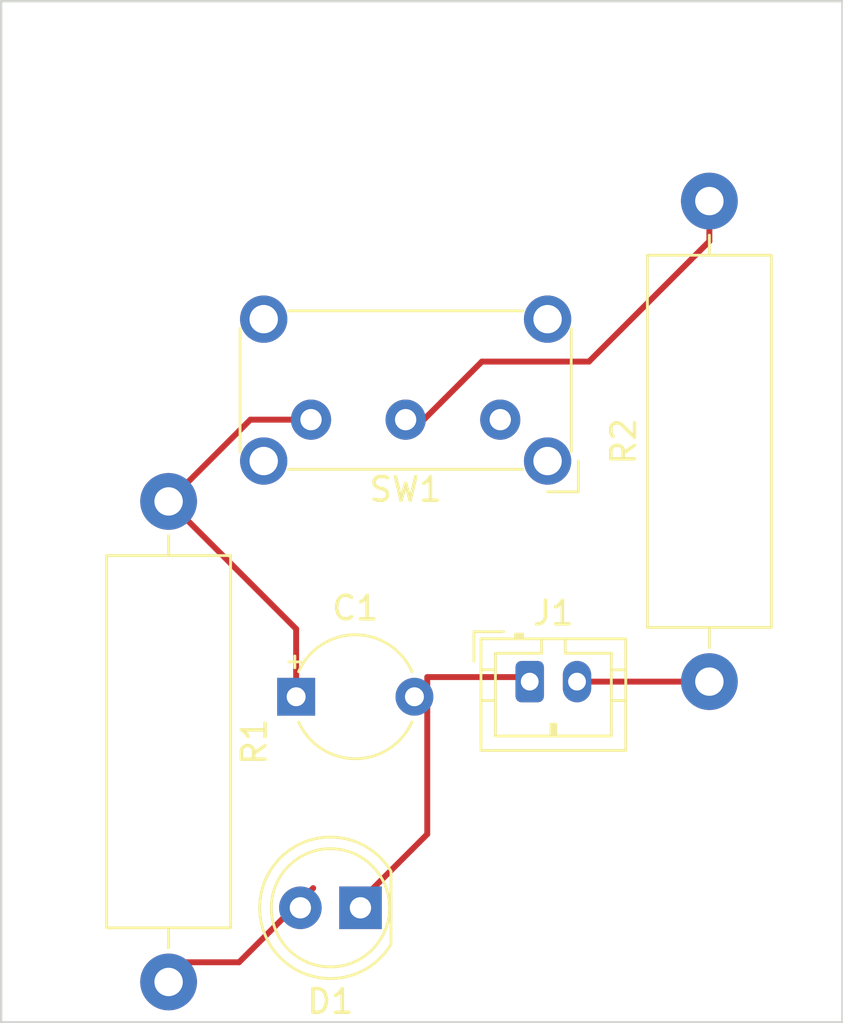
<source format=kicad_pcb>
(kicad_pcb (version 20211014) (generator pcbnew)
  (layers (0 "F.Cu" signal) (31 "B.Cu" signal) (34 "B.Paste" user) (35 "F.Paste" user) (36 "B.SilkS" user "B.Silkscreen") (37 "F.SilkS" user "F.Silkscreen") (38 "B.Mask" user) (39 "F.Mask" user) (44 "Edge.Cuts" user))
  (net 0 "")
  (net 1 "Net-(C1-Pad1)")
  (net 2 "Net-(C1-Pad2)")
  (net 3 "Net-(D1-Pad2)")
  (net 4 "Net-(J1-Pad2)")
  (net 5 "Net-(R2-Pad2)")
  (footprint "Resistor_THT:R_Axial_DIN0516_L15.5mm_D5.0mm_P20.32mm_Horizontal" (layer "F.Cu") (at 111.2175 66.8725 -90)
    (fp_text reference "R1" (at 10.16 -3.62 90) (layer "F.SilkS"))
    (fp_text value "20 kΩ")
    (fp_line (start 18.88 0) (end 18.03 0) (layer "F.SilkS") (width 0.12))
    (fp_line (start 2.29 -2.62) (end 2.29 2.62) (layer "F.SilkS") (width 0.12))
    (fp_line (start 1.44 0) (end 2.29 0) (layer "F.SilkS") (width 0.12))
    (fp_line (start 18.03 2.62) (end 18.03 -2.62) (layer "F.SilkS") (width 0.12))
    (fp_line (start 18.03 -2.62) (end 2.29 -2.62) (layer "F.SilkS") (width 0.12))
    (fp_line (start 2.29 2.62) (end 18.03 2.62) (layer "F.SilkS") (width 0.12))
    (pad "1" thru_hole circle (at 0 0 270) (size 2.4 2.4) (drill 1.2) (layers *.Cu *.Mask) (net 1 "Net-(C1-Pad1)"))
    (pad "2" thru_hole oval (at 20.32 0 270) (size 2.4 2.4) (drill 1.2) (layers *.Cu *.Mask) (net 3 "Net-(D1-Pad2)"))
  )
  (footprint "Resistor_THT:R_Axial_DIN0516_L15.5mm_D5.0mm_P20.32mm_Horizontal" (layer "F.Cu") (at 134.0775 74.4925 90)
    (fp_text reference "R2" (at 10.16 -3.62 90) (layer "F.SilkS"))
    (fp_text value "2.2 kΩ")
    (fp_line (start 2.29 -2.62) (end 2.29 2.62) (layer "F.SilkS") (width 0.12))
    (fp_line (start 1.44 0) (end 2.29 0) (layer "F.SilkS") (width 0.12))
    (fp_line (start 18.03 -2.62) (end 2.29 -2.62) (layer "F.SilkS") (width 0.12))
    (fp_line (start 18.88 0) (end 18.03 0) (layer "F.SilkS") (width 0.12))
    (fp_line (start 2.29 2.62) (end 18.03 2.62) (layer "F.SilkS") (width 0.12))
    (fp_line (start 18.03 2.62) (end 18.03 -2.62) (layer "F.SilkS") (width 0.12))
    (pad "1" thru_hole circle (at 0 0 90) (size 2.4 2.4) (drill 1.2) (layers *.Cu *.Mask) (net 4 "Net-(J1-Pad2)"))
    (pad "2" thru_hole oval (at 20.32 0 90) (size 2.4 2.4) (drill 1.2) (layers *.Cu *.Mask) (net 5 "Net-(R2-Pad2)"))
  )
  (footprint "Connector_JST:JST_PH_B2B-PH-K_1x02_P2.00mm_Vertical" (layer "F.Cu") (at 126.4825 74.4925)
    (fp_text reference "J1" (at 1 -2.9) (layer "F.SilkS"))
    (fp_text value "9V")
    (fp_line (start -0.6 -2.01) (end -0.6 -1.81) (layer "F.SilkS") (width 0.12))
    (fp_line (start -2.06 -0.5) (end -1.45 -0.5) (layer "F.SilkS") (width 0.12))
    (fp_line (start -1.45 2.3) (end 3.45 2.3) (layer "F.SilkS") (width 0.12))
    (fp_line (start 1.5 -1.2) (end 1.5 -1.81) (layer "F.SilkS") (width 0.12))
    (fp_line (start 1 2.3) (end 1 1.8) (layer "F.SilkS") (width 0.12))
    (fp_line (start -2.06 -1.81) (end -2.06 2.91) (layer "F.SilkS") (width 0.12))
    (fp_line (start 1.1 1.8) (end 1.1 2.3) (layer "F.SilkS") (width 0.12))
    (fp_line (start 0.5 -1.2) (end -1.45 -1.2) (layer "F.SilkS") (width 0.12))
    (fp_line (start 4.06 -1.81) (end -2.06 -1.81) (layer "F.SilkS") (width 0.12))
    (fp_line (start 3.45 -1.2) (end 1.5 -1.2) (layer "F.SilkS") (width 0.12))
    (fp_line (start -1.11 -2.11) (end -2.36 -2.11) (layer "F.SilkS") (width 0.12))
    (fp_line (start -1.45 -1.2) (end -1.45 2.3) (layer "F.SilkS") (width 0.12))
    (fp_line (start 4.06 -0.5) (end 3.45 -0.5) (layer "F.SilkS") (width 0.12))
    (fp_line (start -2.36 -2.11) (end -2.36 -0.86) (layer "F.SilkS") (width 0.12))
    (fp_line (start -0.3 -2.01) (end -0.6 -2.01) (layer "F.SilkS") (width 0.12))
    (fp_line (start 4.06 2.91) (end 4.06 -1.81) (layer "F.SilkS") (width 0.12))
    (fp_line (start -2.06 2.91) (end 4.06 2.91) (layer "F.SilkS") (width 0.12))
    (fp_line (start 0.9 2.3) (end 0.9 1.8) (layer "F.SilkS") (width 0.12))
    (fp_line (start 0.9 1.8) (end 1.1 1.8) (layer "F.SilkS") (width 0.12))
    (fp_line (start 3.45 2.3) (end 3.45 -1.2) (layer "F.SilkS") (width 0.12))
    (fp_line (start -0.3 -1.91) (end -0.6 -1.91) (layer "F.SilkS") (width 0.12))
    (fp_line (start 0.5 -1.81) (end 0.5 -1.2) (layer "F.SilkS") (width 0.12))
    (fp_line (start -0.3 -1.81) (end -0.3 -2.01) (layer "F.SilkS") (width 0.12))
    (fp_line (start -2.06 0.8) (end -1.45 0.8) (layer "F.SilkS") (width 0.12))
    (fp_line (start 4.06 0.8) (end 3.45 0.8) (layer "F.SilkS") (width 0.12))
    (pad "1" thru_hole roundrect (at 0 0) (size 1.2 1.75) (drill 0.75) (layers *.Cu *.Mask) (roundrect_rratio 0.2083333333) (net 2 "Net-(C1-Pad2)"))
    (pad "2" thru_hole oval (at 2 0) (size 1.2 1.75) (drill 0.75) (layers *.Cu *.Mask) (net 4 "Net-(J1-Pad2)"))
  )
  (footprint "LED_THT:LED_D5.0mm" (layer "F.Cu") (at 119.327516 84.056746 180)
    (fp_text reference "D1" (at 1.27 -3.96) (layer "F.SilkS"))
    (fp_text value "LED")
    (fp_line (start -1.29 -1.545) (end -1.29 1.545) (layer "F.SilkS") (width 0.12))
    (fp_arc (start -1.29 -1.54483) (mid 2.072002 -2.880433) (end 4.26 0.000462) (layer "F.SilkS") (width 0.12))
    (fp_arc (start 4.26 -0.000462) (mid 2.072002 2.880433) (end -1.29 1.54483) (layer "F.SilkS") (width 0.12))
    (fp_circle (center 1.27 0) (end 3.77 0) (layer "F.SilkS") (width 0.12) (fill none))
    (pad "1" thru_hole rect (at 0 0 180) (size 1.8 1.8) (drill 0.9) (layers *.Cu *.Mask) (net 2 "Net-(C1-Pad2)"))
    (pad "2" thru_hole circle (at 2.54 0 180) (size 1.8 1.8) (drill 0.9) (layers *.Cu *.Mask) (net 3 "Net-(D1-Pad2)"))
  )
  (footprint "Button_Switch_THT:SW_E-Switch_EG1224_SPDT_Angled" (layer "F.Cu") (at 125.2375 63.415 180)
    (fp_text reference "SW1" (at 4 -2.95) (layer "F.SilkS"))
    (fp_text value "SW_SPDT")
    (fp_line (start -3.3 -1.75) (end -3.3 -3.05) (layer "F.SilkS") (width 0.12))
    (fp_line (start -3 3.85) (end -3 -1.35) (layer "F.SilkS") (width 0.12))
    (fp_line (start 11 -1.35) (end 11 3.85) (layer "F.SilkS") (width 0.12))
    (fp_line (start -0.95 -2.1) (end 8.95 -2.1) (layer "F.SilkS") (width 0.12))
    (fp_line (start 8.95 4.6) (end -0.95 4.6) (layer "F.SilkS") (width 0.12))
    (fp_line (start -3.3 -3.05) (end -2 -3.05) (layer "F.SilkS") (width 0.12))
    (pad "" thru_hole circle (at -2 4.25 180) (size 2 2) (drill 1.2) (layers *.Cu *.Mask))
    (pad "" thru_hole circle (at 10 4.25 180) (size 2 2) (drill 1.2) (layers *.Cu *.Mask))
    (pad "" thru_hole circle (at -2 -1.75 180) (size 2 2) (drill 1.2) (layers *.Cu *.Mask))
    (pad "" thru_hole circle (at 10 -1.75 180) (size 2 2) (drill 1.2) (layers *.Cu *.Mask))
    (pad "1" thru_hole circle (at 0 0 180) (size 1.7 1.7) (drill 0.9) (layers *.Cu *.Mask))
    (pad "2" thru_hole circle (at 4 0 180) (size 1.7 1.7) (drill 0.9) (layers *.Cu *.Mask) (net 5 "Net-(R2-Pad2)"))
    (pad "3" thru_hole circle (at 8 0 180) (size 1.7 1.7) (drill 0.9) (layers *.Cu *.Mask) (net 1 "Net-(C1-Pad1)"))
  )
  (footprint "Capacitor_THT:CP_Radial_Tantal_D5.0mm_P5.00mm" (layer "F.Cu") (at 116.609509 75.1325)
    (fp_text reference "C1" (at 2.5 -3.75) (layer "F.SilkS"))
    (fp_text value "4.7μF")
    (fp_line (start -0.304775 -1.475) (end 0.195225 -1.475) (layer "F.SilkS") (width 0.12))
    (fp_line (start -0.054775 -1.725) (end -0.054775 -1.225) (layer "F.SilkS") (width 0.12))
    (fp_arc (start 0.104003 -1.06) (mid 2.5 -2.62) (end 4.895997 -1.06) (layer "F.SilkS") (width 0.12))
    (fp_arc (start 4.895997 1.06) (mid 2.5 2.62) (end 0.104003 1.06) (layer "F.SilkS") (width 0.12))
    (pad "1" thru_hole rect (at 0 0) (size 1.6 1.6) (drill 0.8) (layers *.Cu *.Mask) (net 1 "Net-(C1-Pad1)"))
    (pad "2" thru_hole circle (at 5 0) (size 1.6 1.6) (drill 0.8) (layers *.Cu *.Mask) (net 2 "Net-(C1-Pad2)"))
  )
  (gr_rect (start 104.14 45.72) (end 139.7 88.9) (layer "Edge.Cuts") (width 0.1) (fill none))
  (segment (start 117.2375 63.415) (end 114.675 63.415) (width 0.25) (layer "F.Cu") (net 1))
  (segment (start 116.609509 72.264509) (end 116.609509 75.1325) (width 0.25) (layer "F.Cu") (net 1))
  (segment (start 114.675 63.415) (end 111.2175 66.8725) (width 0.25) (layer "F.Cu") (net 1))
  (segment (start 111.2175 66.8725) (end 116.609509 72.264509) (width 0.25) (layer "F.Cu") (net 1))
  (segment (start 126.385 74.3) (end 122.152009 74.3) (width 0.25) (layer "F.Cu") (net 2))
  (segment (start 122.152009 74.3) (end 122.152009 80.942253) (width 0.25) (layer "F.Cu") (net 2))
  (segment (start 122.152009 80.942253) (end 119.870016 83.224246) (width 0.25) (layer "F.Cu") (net 2))
  (segment (start 117.330016 83.224246) (end 114.194262 86.36) (width 0.25) (layer "F.Cu") (net 3))
  (segment (start 114.194262 86.36) (end 111.76 86.36) (width 0.25) (layer "F.Cu") (net 3))
  (segment (start 128.4825 74.4925) (end 134.0775 74.4925) (width 0.25) (layer "F.Cu") (net 4))
  (segment (start 134.0775 55.869556) (end 128.987056 60.96) (width 0.25) (layer "F.Cu") (net 5))
  (segment (start 121.92 63.5) (end 121.3225 63.5) (width 0.25) (layer "F.Cu") (net 5))
  (segment (start 134.0775 54.1725) (end 134.0775 55.869556) (width 0.25) (layer "F.Cu") (net 5))
  (segment (start 128.987056 60.96) (end 124.46 60.96) (width 0.25) (layer "F.Cu") (net 5))
  (segment (start 124.46 60.96) (end 121.92 63.5) (width 0.25) (layer "F.Cu") (net 5))
  (segment (start 121.3225 63.5) (end 121.2375 63.415) (width 0.25) (layer "F.Cu") (net 5))
)
</source>
